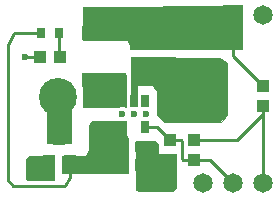
<source format=gtl>
G04 #@! TF.FileFunction,Copper,L1,Top,Signal*
%FSLAX46Y46*%
G04 Gerber Fmt 4.6, Leading zero omitted, Abs format (unit mm)*
G04 Created by KiCad (PCBNEW (2015-05-03 BZR 5637)-product) date 2015 November 16, Monday 12:16:30*
%MOMM*%
G01*
G04 APERTURE LIST*
%ADD10C,0.100000*%
%ADD11R,0.650000X1.060000*%
%ADD12C,0.600000*%
%ADD13R,1.651000X1.651000*%
%ADD14C,1.651000*%
%ADD15R,0.762000X0.889000*%
%ADD16C,3.216000*%
%ADD17R,1.100000X1.000000*%
%ADD18R,0.700000X0.900000*%
%ADD19R,1.000000X1.100000*%
%ADD20R,3.700000X1.200000*%
%ADD21R,1.016000X1.143000*%
%ADD22C,0.250000*%
%ADD23C,0.025400*%
G04 APERTURE END LIST*
D10*
D11*
X149794000Y-105326000D03*
X148844000Y-105326000D03*
X147894000Y-105326000D03*
X147894000Y-107526000D03*
X149794000Y-107526000D03*
D12*
X151638000Y-112014000D03*
X150622000Y-112014000D03*
X140335000Y-111506000D03*
X149606000Y-112014000D03*
X149860000Y-106426000D03*
X147828000Y-106426000D03*
X148844000Y-106426000D03*
X139573000Y-101600000D03*
D13*
X157226000Y-98044000D03*
D14*
X159766000Y-98044000D03*
D15*
X140970000Y-99568000D03*
X142494000Y-99568000D03*
D16*
X142405100Y-105003600D03*
X155105100Y-105003600D03*
D17*
X147740000Y-110744000D03*
X149440000Y-110744000D03*
D18*
X147940000Y-109220000D03*
X149240000Y-109220000D03*
D19*
X149352000Y-100496000D03*
X149352000Y-102196000D03*
X151130000Y-100496000D03*
X151130000Y-102196000D03*
D20*
X146304000Y-103600000D03*
X146304000Y-99600000D03*
D21*
X142494000Y-108458000D03*
X143383000Y-110490000D03*
X141605000Y-110490000D03*
D19*
X159766000Y-104052000D03*
X159766000Y-105752000D03*
X153924000Y-108624000D03*
X153924000Y-110324000D03*
X151892000Y-108624000D03*
X151892000Y-110324000D03*
D12*
X140335000Y-110490000D03*
D17*
X142582000Y-101600000D03*
X140882000Y-101600000D03*
D14*
X154686000Y-112268000D03*
X157226000Y-112268000D03*
X159766000Y-112268000D03*
D22*
X142405100Y-105003600D02*
X142405100Y-108369100D01*
X142405100Y-108369100D02*
X142494000Y-108458000D01*
X148844000Y-103632000D02*
X149352000Y-103124000D01*
X149352000Y-103124000D02*
X149352000Y-102196000D01*
X148844000Y-105326000D02*
X148844000Y-103632000D01*
X149352000Y-102196000D02*
X151130000Y-102196000D01*
X152297500Y-102196000D02*
X155105100Y-105003600D01*
X151130000Y-102196000D02*
X152297500Y-102196000D01*
X151472000Y-110744000D02*
X151892000Y-110324000D01*
X149440000Y-110744000D02*
X151472000Y-110744000D01*
X149240000Y-110544000D02*
X149440000Y-110744000D01*
X149240000Y-109220000D02*
X149240000Y-110544000D01*
X140882000Y-101600000D02*
X139700000Y-101600000D01*
X140335000Y-111563998D02*
X140335000Y-111506000D01*
X140335000Y-110490000D02*
X140335000Y-111563998D01*
X141605000Y-110490000D02*
X140335000Y-110490000D01*
X150964000Y-110324000D02*
X150622000Y-109982000D01*
X151892000Y-110324000D02*
X150964000Y-110324000D01*
X138684000Y-99568000D02*
X138176000Y-100584000D01*
X138176000Y-100584000D02*
X138176000Y-112014000D01*
X138176000Y-112014000D02*
X138557000Y-112522000D01*
X138557000Y-112522000D02*
X143002000Y-112522000D01*
X143002000Y-112522000D02*
X143383000Y-111760000D01*
X143383000Y-111760000D02*
X143383000Y-110490000D01*
X140970000Y-99568000D02*
X138684000Y-99568000D01*
X147894000Y-109174000D02*
X147940000Y-109220000D01*
X147894000Y-107526000D02*
X147894000Y-109174000D01*
X147940000Y-110544000D02*
X147740000Y-110744000D01*
X147940000Y-109220000D02*
X147940000Y-110544000D01*
X143637000Y-110744000D02*
X143383000Y-110490000D01*
X147740000Y-110744000D02*
X143637000Y-110744000D01*
X148456000Y-99600000D02*
X149352000Y-100496000D01*
X146304000Y-99600000D02*
X148456000Y-99600000D01*
X149352000Y-100496000D02*
X151130000Y-100496000D01*
X156298000Y-100496000D02*
X157226000Y-99568000D01*
X157226000Y-99568000D02*
X157226000Y-98044000D01*
X151130000Y-100496000D02*
X156298000Y-100496000D01*
X157226000Y-101512000D02*
X159766000Y-104052000D01*
X157226000Y-98044000D02*
X157226000Y-101512000D01*
X146304000Y-103736000D02*
X147894000Y-105326000D01*
X146304000Y-103600000D02*
X146304000Y-103736000D01*
X159766000Y-105752000D02*
X159766000Y-112268000D01*
X159766000Y-106426000D02*
X157568000Y-108624000D01*
X157568000Y-108624000D02*
X153924000Y-108624000D01*
X159766000Y-105752000D02*
X159766000Y-106426000D01*
X155282000Y-110324000D02*
X157226000Y-112268000D01*
X153924000Y-110324000D02*
X155282000Y-110324000D01*
X150794000Y-107526000D02*
X151892000Y-108624000D01*
X149794000Y-107526000D02*
X150794000Y-107526000D01*
X152820000Y-108624000D02*
X152908000Y-108712000D01*
X152908000Y-108712000D02*
X152908000Y-110236000D01*
X152908000Y-110236000D02*
X152996000Y-110324000D01*
X152996000Y-110324000D02*
X153924000Y-110324000D01*
X151892000Y-108624000D02*
X152820000Y-108624000D01*
X142494000Y-101288000D02*
X142182000Y-101600000D01*
X142494000Y-101512000D02*
X142582000Y-101600000D01*
X142494000Y-99568000D02*
X142494000Y-101512000D01*
D23*
G36*
X148196300Y-105905300D02*
X148171712Y-105905300D01*
X147950408Y-105813406D01*
X147706661Y-105813193D01*
X147483745Y-105905300D01*
X144538700Y-105905300D01*
X144538700Y-103136700D01*
X148196300Y-103136700D01*
X148196300Y-105905300D01*
X148196300Y-105905300D01*
G37*
X148196300Y-105905300D02*
X148171712Y-105905300D01*
X147950408Y-105813406D01*
X147706661Y-105813193D01*
X147483745Y-105905300D01*
X144538700Y-105905300D01*
X144538700Y-103136700D01*
X148196300Y-103136700D01*
X148196300Y-105905300D01*
G36*
X156705300Y-106548545D02*
X156203896Y-107175300D01*
X151389261Y-107175300D01*
X150761700Y-106547739D01*
X150761700Y-104516767D01*
X150374350Y-104000300D01*
X149085300Y-104000300D01*
X149085300Y-105778300D01*
X148602700Y-105778300D01*
X148602700Y-103632000D01*
X148602700Y-102870000D01*
X148602700Y-101612917D01*
X156079383Y-101739641D01*
X156705300Y-102115191D01*
X156705300Y-106548545D01*
X156705300Y-106548545D01*
G37*
X156705300Y-106548545D02*
X156203896Y-107175300D01*
X151389261Y-107175300D01*
X150761700Y-106547739D01*
X150761700Y-104516767D01*
X150374350Y-104000300D01*
X149085300Y-104000300D01*
X149085300Y-105778300D01*
X148602700Y-105778300D01*
X148602700Y-103632000D01*
X148602700Y-102870000D01*
X148602700Y-101612917D01*
X156079383Y-101739641D01*
X156705300Y-102115191D01*
X156705300Y-106548545D01*
G36*
X157975300Y-100952300D02*
X148475700Y-100952300D01*
X148475700Y-100580155D01*
X148215797Y-100190300D01*
X144538700Y-100190300D01*
X144538700Y-97421581D01*
X157975300Y-97294820D01*
X157975300Y-100952300D01*
X157975300Y-100952300D01*
G37*
X157975300Y-100952300D02*
X148475700Y-100952300D01*
X148475700Y-100580155D01*
X148215797Y-100190300D01*
X144538700Y-100190300D01*
X144538700Y-97421581D01*
X157975300Y-97294820D01*
X157975300Y-100952300D01*
G36*
X143497300Y-108953300D02*
X141490700Y-108953300D01*
X141490700Y-104914700D01*
X143497300Y-104914700D01*
X143497300Y-108953300D01*
X143497300Y-108953300D01*
G37*
X143497300Y-108953300D02*
X141490700Y-108953300D01*
X141490700Y-104914700D01*
X143497300Y-104914700D01*
X143497300Y-108953300D01*
G36*
X142100300Y-112084300D02*
X139788260Y-112084300D01*
X139712700Y-112008739D01*
X139712700Y-110241261D01*
X139959261Y-109994700D01*
X142100300Y-109994700D01*
X142100300Y-112084300D01*
X142100300Y-112084300D01*
G37*
X142100300Y-112084300D02*
X139788260Y-112084300D01*
X139712700Y-112008739D01*
X139712700Y-110241261D01*
X139959261Y-109994700D01*
X142100300Y-109994700D01*
X142100300Y-112084300D01*
G36*
X152387300Y-112770739D02*
X152140739Y-113017300D01*
X149227998Y-113017300D01*
X148983700Y-112895151D01*
X148983700Y-108724700D01*
X150616739Y-108724700D01*
X150863300Y-108971261D01*
X150863300Y-109867700D01*
X152387300Y-109867700D01*
X152387300Y-112770739D01*
X152387300Y-112770739D01*
G37*
X152387300Y-112770739D02*
X152140739Y-113017300D01*
X149227998Y-113017300D01*
X148983700Y-112895151D01*
X148983700Y-108724700D01*
X150616739Y-108724700D01*
X150863300Y-108971261D01*
X150863300Y-109867700D01*
X152387300Y-109867700D01*
X152387300Y-112770739D01*
G36*
X148323300Y-111493300D02*
X142760700Y-111493300D01*
X142760700Y-109994700D01*
X144787849Y-109994700D01*
X145046700Y-109476998D01*
X145046700Y-107445845D01*
X145294797Y-107073700D01*
X147574000Y-107073700D01*
X148196300Y-107073700D01*
X148196300Y-108206998D01*
X148323300Y-108460998D01*
X148323300Y-111493300D01*
X148323300Y-111493300D01*
G37*
X148323300Y-111493300D02*
X142760700Y-111493300D01*
X142760700Y-109994700D01*
X144787849Y-109994700D01*
X145046700Y-109476998D01*
X145046700Y-107445845D01*
X145294797Y-107073700D01*
X147574000Y-107073700D01*
X148196300Y-107073700D01*
X148196300Y-108206998D01*
X148323300Y-108460998D01*
X148323300Y-111493300D01*
M02*

</source>
